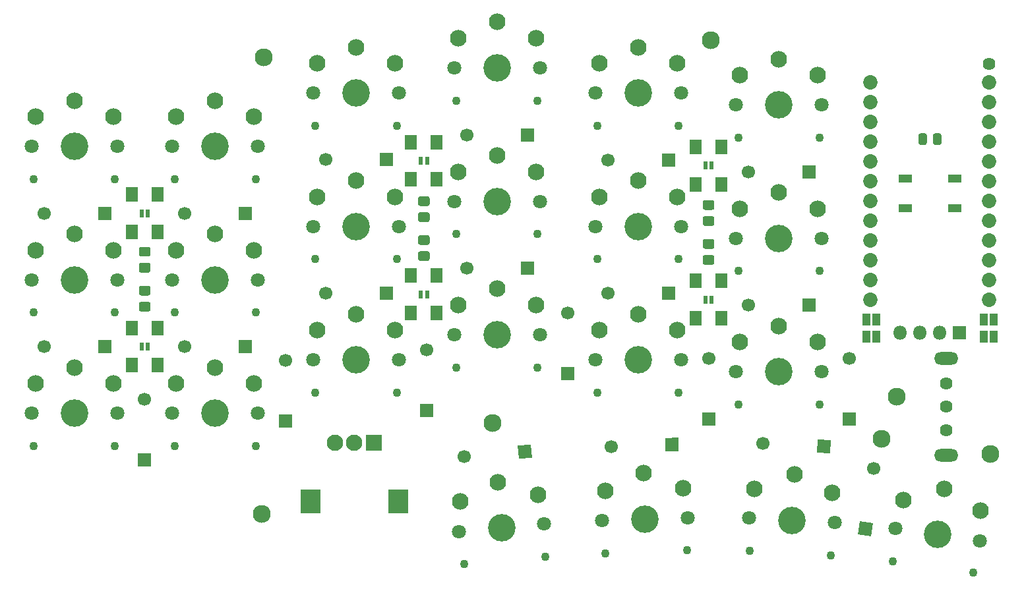
<source format=gbs>
%TF.GenerationSoftware,KiCad,Pcbnew,(5.1.6)-1*%
%TF.CreationDate,2022-08-18T21:09:05-07:00*%
%TF.ProjectId,split-40-final,73706c69-742d-4343-902d-66696e616c2e,rev?*%
%TF.SameCoordinates,Original*%
%TF.FileFunction,Soldermask,Bot*%
%TF.FilePolarity,Negative*%
%FSLAX46Y46*%
G04 Gerber Fmt 4.6, Leading zero omitted, Abs format (unit mm)*
G04 Created by KiCad (PCBNEW (5.1.6)-1) date 2022-08-18 21:09:05*
%MOMM*%
%LPD*%
G01*
G04 APERTURE LIST*
%ADD10C,1.801800*%
%ADD11C,1.090600*%
%ADD12C,2.132000*%
%ADD13C,3.529000*%
%ADD14C,1.852600*%
%ADD15R,2.600000X3.100000*%
%ADD16C,2.100000*%
%ADD17R,2.100000X2.100000*%
%ADD18O,3.100000X1.624000*%
%ADD19C,1.624000*%
%ADD20C,1.700000*%
%ADD21R,1.700000X1.700000*%
%ADD22C,0.100000*%
%ADD23R,0.600000X1.100000*%
%ADD24R,1.500000X1.900000*%
%ADD25O,1.800000X1.800000*%
%ADD26R,1.800000X1.800000*%
%ADD27C,2.300000*%
%ADD28R,1.800000X1.100000*%
%ADD29R,1.100000X1.600000*%
G04 APERTURE END LIST*
D10*
%TO.C,K_W1*%
X65443800Y-27091000D03*
X54443800Y-27091000D03*
D11*
X65163800Y-31291000D03*
D12*
X54943800Y-23291000D03*
D13*
X59943800Y-27091000D03*
D12*
X64943800Y-23291000D03*
X59943800Y-21191000D03*
D11*
X54723800Y-31291000D03*
%TD*%
D10*
%TO.C,K_R1*%
X101638800Y-27091000D03*
X90638800Y-27091000D03*
D11*
X101358800Y-31291000D03*
D12*
X91138800Y-23291000D03*
D13*
X96138800Y-27091000D03*
D12*
X101138800Y-23291000D03*
X96138800Y-21191000D03*
D11*
X90918800Y-31291000D03*
%TD*%
D10*
%TO.C,K_A1*%
X47346200Y-51094000D03*
X36346200Y-51094000D03*
D11*
X47066200Y-55294000D03*
D12*
X36846200Y-47294000D03*
D13*
X41846200Y-51094000D03*
D12*
X46846200Y-47294000D03*
X41846200Y-45194000D03*
D11*
X36626200Y-55294000D03*
%TD*%
D10*
%TO.C,K_B1*%
X119736000Y-62905000D03*
X108736000Y-62905000D03*
D11*
X119456000Y-67105000D03*
D12*
X109236000Y-59105000D03*
D13*
X114236000Y-62905000D03*
D12*
X119236000Y-59105000D03*
X114236000Y-57005000D03*
D11*
X109016000Y-67105000D03*
%TD*%
D10*
%TO.C,K_C1*%
X83541200Y-58142500D03*
X72541200Y-58142500D03*
D11*
X83261200Y-62342500D03*
D12*
X73041200Y-54342500D03*
D13*
X78041200Y-58142500D03*
D12*
X83041200Y-54342500D03*
X78041200Y-52242500D03*
D11*
X72821200Y-62342500D03*
%TD*%
D10*
%TO.C,K_CAPS1*%
X29248800Y-51094000D03*
X18248800Y-51094000D03*
D11*
X28968800Y-55294000D03*
D12*
X18748800Y-47294000D03*
D13*
X23748800Y-51094000D03*
D12*
X28748800Y-47294000D03*
X23748800Y-45194000D03*
D11*
X18528800Y-55294000D03*
%TD*%
D10*
%TO.C,K_D1*%
X83541200Y-40997500D03*
X72541200Y-40997500D03*
D11*
X83261200Y-45197500D03*
D12*
X73041200Y-37197500D03*
D13*
X78041200Y-40997500D03*
D12*
X83041200Y-37197500D03*
X78041200Y-35097500D03*
D11*
X72821200Y-45197500D03*
%TD*%
D10*
%TO.C,K_E1*%
X83541200Y-23852500D03*
X72541200Y-23852500D03*
D11*
X83261200Y-28052500D03*
D12*
X73041200Y-20052500D03*
D13*
X78041200Y-23852500D03*
D12*
X83041200Y-20052500D03*
X78041200Y-17952500D03*
D11*
X72821200Y-28052500D03*
%TD*%
D10*
%TO.C,K_F1*%
X101638800Y-44236000D03*
X90638800Y-44236000D03*
D11*
X101358800Y-48436000D03*
D12*
X91138800Y-40436000D03*
D13*
X96138800Y-44236000D03*
D12*
X101138800Y-40436000D03*
X96138800Y-38336000D03*
D11*
X90918800Y-48436000D03*
%TD*%
D10*
%TO.C,K_G1*%
X119736000Y-45760000D03*
X108736000Y-45760000D03*
D11*
X119456000Y-49960000D03*
D12*
X109236000Y-41960000D03*
D13*
X114236000Y-45760000D03*
D12*
X119236000Y-41960000D03*
X114236000Y-39860000D03*
D11*
X109016000Y-49960000D03*
%TD*%
D10*
%TO.C,K_INNER1*%
X84109071Y-82460643D03*
X73150929Y-83419357D03*
D11*
X84196190Y-86669065D03*
D12*
X73317835Y-79590239D03*
D13*
X78630000Y-82940000D03*
D12*
X83279782Y-78718681D03*
X78115781Y-77062451D03*
D11*
X73795918Y-87578971D03*
%TD*%
D10*
%TO.C,K_OUTER1*%
X140046474Y-84595452D03*
X129153526Y-83064548D03*
D11*
X139184672Y-88715609D03*
D12*
X130177517Y-79371116D03*
D13*
X134600000Y-83830000D03*
D12*
X140080198Y-80762847D03*
X135421121Y-77987418D03*
D11*
X128846274Y-87262642D03*
%TD*%
D10*
%TO.C,K_Q1*%
X47346200Y-33949000D03*
X36346200Y-33949000D03*
D11*
X47066200Y-38149000D03*
D12*
X36846200Y-30149000D03*
D13*
X41846200Y-33949000D03*
D12*
X46846200Y-30149000D03*
X41846200Y-28049000D03*
D11*
X36626200Y-38149000D03*
%TD*%
D10*
%TO.C,K_S1*%
X65443800Y-44236000D03*
X54443800Y-44236000D03*
D11*
X65163800Y-48436000D03*
D12*
X54943800Y-40436000D03*
D13*
X59943800Y-44236000D03*
D12*
X64943800Y-40436000D03*
X59943800Y-38336000D03*
D11*
X54723800Y-48436000D03*
%TD*%
D10*
%TO.C,K_SHIFT1*%
X29248800Y-68239000D03*
X18248800Y-68239000D03*
D11*
X28968800Y-72439000D03*
D12*
X18748800Y-64439000D03*
D13*
X23748800Y-68239000D03*
D12*
X28748800Y-64439000D03*
X23748800Y-62339000D03*
D11*
X18528800Y-72439000D03*
%TD*%
D10*
%TO.C,K_T1*%
X119736000Y-28615000D03*
X108736000Y-28615000D03*
D11*
X119456000Y-32815000D03*
D12*
X109236000Y-24815000D03*
D13*
X114236000Y-28615000D03*
D12*
X119236000Y-24815000D03*
X114236000Y-22715000D03*
D11*
X109016000Y-32815000D03*
%TD*%
D10*
%TO.C,K_TAB1*%
X29248800Y-33949000D03*
X18248800Y-33949000D03*
D11*
X28968800Y-38149000D03*
D12*
X18748800Y-30149000D03*
D13*
X23748800Y-33949000D03*
D12*
X28748800Y-30149000D03*
X23748800Y-28049000D03*
D11*
X18528800Y-38149000D03*
%TD*%
D10*
%TO.C,K_THUMB1*%
X102546650Y-81638053D03*
X91553350Y-82021947D03*
D11*
X102413398Y-85845266D03*
D12*
X91920428Y-78206812D03*
D13*
X97050000Y-81830000D03*
D12*
X101914336Y-77857817D03*
X96844093Y-75933594D03*
D11*
X91979758Y-86209617D03*
%TD*%
D10*
%TO.C,K_THUMB2*%
X121382462Y-82287848D03*
X110397538Y-81712152D03*
D11*
X120883035Y-86467438D03*
D12*
X111095729Y-77943528D03*
D13*
X115890000Y-82000000D03*
D12*
X121082024Y-78466888D03*
X116198782Y-76108086D03*
D11*
X110457343Y-85921050D03*
%TD*%
D10*
%TO.C,K_V1*%
X101638800Y-61381000D03*
X90638800Y-61381000D03*
D11*
X101358800Y-65581000D03*
D12*
X91138800Y-57581000D03*
D13*
X96138800Y-61381000D03*
D12*
X101138800Y-57581000D03*
X96138800Y-55481000D03*
D11*
X90918800Y-65581000D03*
%TD*%
D10*
%TO.C,K_X1*%
X65443800Y-61381000D03*
X54443800Y-61381000D03*
D11*
X65163800Y-65581000D03*
D12*
X54943800Y-57581000D03*
D13*
X59943800Y-61381000D03*
D12*
X64943800Y-57581000D03*
X59943800Y-55481000D03*
D11*
X54723800Y-65581000D03*
%TD*%
D10*
%TO.C,K_Z1*%
X47346200Y-68239000D03*
X36346200Y-68239000D03*
D11*
X47066200Y-72439000D03*
D12*
X36846200Y-64439000D03*
D13*
X41846200Y-68239000D03*
D12*
X46846200Y-64439000D03*
X41846200Y-62339000D03*
D11*
X36626200Y-72439000D03*
%TD*%
D14*
%TO.C,U1*%
X141250000Y-25690000D03*
X126010000Y-53630000D03*
X141250000Y-28230000D03*
X141250000Y-30770000D03*
X141250000Y-33310000D03*
X141250000Y-35850000D03*
X141250000Y-38390000D03*
X141250000Y-40930000D03*
X141250000Y-43470000D03*
X141250000Y-46010000D03*
X141250000Y-48550000D03*
X141250000Y-51090000D03*
X141250000Y-53630000D03*
X126010000Y-51090000D03*
X126010000Y-48550000D03*
X126010000Y-46010000D03*
X126010000Y-43470000D03*
X126010000Y-40930000D03*
X126010000Y-38390000D03*
X126010000Y-35850000D03*
X126010000Y-33310000D03*
X126010000Y-30770000D03*
X126010000Y-28230000D03*
X126010000Y-25690000D03*
%TD*%
D15*
%TO.C,SW3*%
X54120000Y-79520000D03*
X65320000Y-79520000D03*
D16*
X57220000Y-72020000D03*
X59720000Y-72020000D03*
D17*
X62220000Y-72020000D03*
%TD*%
D18*
%TO.C,SW2*%
X135700000Y-73650000D03*
X135700000Y-61150000D03*
D19*
X135700000Y-64400000D03*
X135700000Y-70400000D03*
X135700000Y-67400000D03*
%TD*%
D20*
%TO.C,D_Z1*%
X50900000Y-61400000D03*
D21*
X50900000Y-69200000D03*
%TD*%
D20*
%TO.C,D_X1*%
X69000000Y-60100000D03*
D21*
X69000000Y-67900000D03*
%TD*%
D20*
%TO.C,D_W1*%
X56043800Y-35650000D03*
D21*
X63843800Y-35650000D03*
%TD*%
D20*
%TO.C,D_V1*%
X105200000Y-61200000D03*
D21*
X105200000Y-69000000D03*
%TD*%
D20*
%TO.C,D_THUMB2*%
X112205345Y-72095890D03*
D22*
G36*
X120887976Y-71699760D02*
G01*
X120799005Y-73397431D01*
X119101334Y-73308460D01*
X119190305Y-71610789D01*
X120887976Y-71699760D01*
G37*
%TD*%
D20*
%TO.C,D_THUMB1*%
X92702376Y-72536108D03*
D22*
G36*
X101317442Y-71384745D02*
G01*
X101376771Y-73083710D01*
X99677806Y-73143039D01*
X99618477Y-71444074D01*
X101317442Y-71384745D01*
G37*
%TD*%
D20*
%TO.C,D_TAB1*%
X19848800Y-42530000D03*
D21*
X27648800Y-42530000D03*
%TD*%
D20*
%TO.C,D_T1*%
X110336000Y-37200000D03*
D21*
X118136000Y-37200000D03*
%TD*%
D20*
%TO.C,D_SHIFT1*%
X32800000Y-66400000D03*
D21*
X32800000Y-74200000D03*
%TD*%
D20*
%TO.C,D_S1*%
X56043800Y-52800000D03*
D21*
X63843800Y-52800000D03*
%TD*%
D20*
%TO.C,D_R1*%
X92238800Y-35700000D03*
D21*
X100038800Y-35700000D03*
%TD*%
D20*
%TO.C,D_Q1*%
X37946200Y-42530000D03*
D21*
X45746200Y-42530000D03*
%TD*%
D20*
%TO.C,D_INNER1*%
X73814841Y-73839907D03*
D22*
G36*
X82357842Y-72239245D02*
G01*
X82506007Y-73932776D01*
X80812476Y-74080941D01*
X80664311Y-72387410D01*
X82357842Y-72239245D01*
G37*
%TD*%
D20*
%TO.C,D_G1*%
X110336000Y-54300000D03*
D21*
X118136000Y-54300000D03*
%TD*%
D20*
%TO.C,D_F1*%
X92238800Y-52830000D03*
D21*
X100038800Y-52830000D03*
%TD*%
D20*
%TO.C,D_E1*%
X74141200Y-32460000D03*
D21*
X81941200Y-32460000D03*
%TD*%
D20*
%TO.C,D_CAPS1*%
X19848800Y-59640000D03*
D21*
X27648800Y-59640000D03*
%TD*%
D20*
%TO.C,D_C1*%
X87100000Y-55300000D03*
D21*
X87100000Y-63100000D03*
%TD*%
D20*
%TO.C,D_B1*%
X123300000Y-61200000D03*
D21*
X123300000Y-69000000D03*
%TD*%
D20*
%TO.C,D_A1*%
X37946200Y-59640000D03*
D21*
X45746200Y-59640000D03*
%TD*%
D20*
%TO.C,D_D1*%
X74141200Y-49580000D03*
D21*
X81941200Y-49580000D03*
%TD*%
D20*
%TO.C,D_OUTER1*%
X126442775Y-75337955D03*
D22*
G36*
X126080656Y-84022070D02*
G01*
X124397200Y-83785476D01*
X124633794Y-82102020D01*
X126317250Y-82338614D01*
X126080656Y-84022070D01*
G37*
%TD*%
D23*
%TO.C,D1*%
X105600000Y-36390000D03*
D24*
X103550000Y-33990000D03*
X106850000Y-33990000D03*
X103550000Y-38790000D03*
X106850000Y-38790000D03*
D23*
X104800000Y-36390000D03*
%TD*%
D24*
%TO.C,D2*%
X67000000Y-33390000D03*
X70300000Y-38190000D03*
X67000000Y-38190000D03*
D23*
X68250000Y-35790000D03*
X69050000Y-35790000D03*
D24*
X70300000Y-33390000D03*
%TD*%
%TO.C,D3*%
X31150000Y-40120000D03*
X34450000Y-44920000D03*
X31150000Y-44920000D03*
D23*
X32400000Y-42520000D03*
X33200000Y-42520000D03*
D24*
X34450000Y-40120000D03*
%TD*%
%TO.C,D4*%
X34450000Y-62070000D03*
X31150000Y-57270000D03*
X34450000Y-57270000D03*
D23*
X33200000Y-59670000D03*
X32400000Y-59670000D03*
D24*
X31150000Y-62070000D03*
%TD*%
%TO.C,D5*%
X70300000Y-55340000D03*
X67000000Y-50540000D03*
X70300000Y-50540000D03*
D23*
X69050000Y-52940000D03*
X68250000Y-52940000D03*
D24*
X67000000Y-55340000D03*
%TD*%
%TO.C,D6*%
X106850000Y-56020000D03*
X103550000Y-51220000D03*
X106850000Y-51220000D03*
D23*
X105600000Y-53620000D03*
X104800000Y-53620000D03*
D24*
X103550000Y-56020000D03*
%TD*%
D25*
%TO.C,L1*%
X129820000Y-57900000D03*
X132360000Y-57900000D03*
X134900000Y-57900000D03*
D26*
X137440000Y-57900000D03*
%TD*%
%TO.C,C3*%
G36*
G01*
X32321738Y-46850000D02*
X33278262Y-46850000D01*
G75*
G02*
X33550000Y-47121738I0J-271738D01*
G01*
X33550000Y-47828262D01*
G75*
G02*
X33278262Y-48100000I-271738J0D01*
G01*
X32321738Y-48100000D01*
G75*
G02*
X32050000Y-47828262I0J271738D01*
G01*
X32050000Y-47121738D01*
G75*
G02*
X32321738Y-46850000I271738J0D01*
G01*
G37*
G36*
G01*
X32321738Y-48900000D02*
X33278262Y-48900000D01*
G75*
G02*
X33550000Y-49171738I0J-271738D01*
G01*
X33550000Y-49878262D01*
G75*
G02*
X33278262Y-50150000I-271738J0D01*
G01*
X32321738Y-50150000D01*
G75*
G02*
X32050000Y-49878262I0J271738D01*
G01*
X32050000Y-49171738D01*
G75*
G02*
X32321738Y-48900000I271738J0D01*
G01*
G37*
%TD*%
%TO.C,C1*%
G36*
G01*
X104721738Y-40850000D02*
X105678262Y-40850000D01*
G75*
G02*
X105950000Y-41121738I0J-271738D01*
G01*
X105950000Y-41828262D01*
G75*
G02*
X105678262Y-42100000I-271738J0D01*
G01*
X104721738Y-42100000D01*
G75*
G02*
X104450000Y-41828262I0J271738D01*
G01*
X104450000Y-41121738D01*
G75*
G02*
X104721738Y-40850000I271738J0D01*
G01*
G37*
G36*
G01*
X104721738Y-42900000D02*
X105678262Y-42900000D01*
G75*
G02*
X105950000Y-43171738I0J-271738D01*
G01*
X105950000Y-43878262D01*
G75*
G02*
X105678262Y-44150000I-271738J0D01*
G01*
X104721738Y-44150000D01*
G75*
G02*
X104450000Y-43878262I0J271738D01*
G01*
X104450000Y-43171738D01*
G75*
G02*
X104721738Y-42900000I271738J0D01*
G01*
G37*
%TD*%
%TO.C,C2*%
G36*
G01*
X68171738Y-40350000D02*
X69128262Y-40350000D01*
G75*
G02*
X69400000Y-40621738I0J-271738D01*
G01*
X69400000Y-41328262D01*
G75*
G02*
X69128262Y-41600000I-271738J0D01*
G01*
X68171738Y-41600000D01*
G75*
G02*
X67900000Y-41328262I0J271738D01*
G01*
X67900000Y-40621738D01*
G75*
G02*
X68171738Y-40350000I271738J0D01*
G01*
G37*
G36*
G01*
X68171738Y-42400000D02*
X69128262Y-42400000D01*
G75*
G02*
X69400000Y-42671738I0J-271738D01*
G01*
X69400000Y-43378262D01*
G75*
G02*
X69128262Y-43650000I-271738J0D01*
G01*
X68171738Y-43650000D01*
G75*
G02*
X67900000Y-43378262I0J271738D01*
G01*
X67900000Y-42671738D01*
G75*
G02*
X68171738Y-42400000I271738J0D01*
G01*
G37*
%TD*%
%TO.C,C4*%
G36*
G01*
X33278262Y-55150000D02*
X32321738Y-55150000D01*
G75*
G02*
X32050000Y-54878262I0J271738D01*
G01*
X32050000Y-54171738D01*
G75*
G02*
X32321738Y-53900000I271738J0D01*
G01*
X33278262Y-53900000D01*
G75*
G02*
X33550000Y-54171738I0J-271738D01*
G01*
X33550000Y-54878262D01*
G75*
G02*
X33278262Y-55150000I-271738J0D01*
G01*
G37*
G36*
G01*
X33278262Y-53100000D02*
X32321738Y-53100000D01*
G75*
G02*
X32050000Y-52828262I0J271738D01*
G01*
X32050000Y-52121738D01*
G75*
G02*
X32321738Y-51850000I271738J0D01*
G01*
X33278262Y-51850000D01*
G75*
G02*
X33550000Y-52121738I0J-271738D01*
G01*
X33550000Y-52828262D01*
G75*
G02*
X33278262Y-53100000I-271738J0D01*
G01*
G37*
%TD*%
%TO.C,C5*%
G36*
G01*
X69128262Y-48650000D02*
X68171738Y-48650000D01*
G75*
G02*
X67900000Y-48378262I0J271738D01*
G01*
X67900000Y-47671738D01*
G75*
G02*
X68171738Y-47400000I271738J0D01*
G01*
X69128262Y-47400000D01*
G75*
G02*
X69400000Y-47671738I0J-271738D01*
G01*
X69400000Y-48378262D01*
G75*
G02*
X69128262Y-48650000I-271738J0D01*
G01*
G37*
G36*
G01*
X69128262Y-46600000D02*
X68171738Y-46600000D01*
G75*
G02*
X67900000Y-46328262I0J271738D01*
G01*
X67900000Y-45621738D01*
G75*
G02*
X68171738Y-45350000I271738J0D01*
G01*
X69128262Y-45350000D01*
G75*
G02*
X69400000Y-45621738I0J-271738D01*
G01*
X69400000Y-46328262D01*
G75*
G02*
X69128262Y-46600000I-271738J0D01*
G01*
G37*
%TD*%
%TO.C,C6*%
G36*
G01*
X105678262Y-49150000D02*
X104721738Y-49150000D01*
G75*
G02*
X104450000Y-48878262I0J271738D01*
G01*
X104450000Y-48171738D01*
G75*
G02*
X104721738Y-47900000I271738J0D01*
G01*
X105678262Y-47900000D01*
G75*
G02*
X105950000Y-48171738I0J-271738D01*
G01*
X105950000Y-48878262D01*
G75*
G02*
X105678262Y-49150000I-271738J0D01*
G01*
G37*
G36*
G01*
X105678262Y-47100000D02*
X104721738Y-47100000D01*
G75*
G02*
X104450000Y-46828262I0J271738D01*
G01*
X104450000Y-46121738D01*
G75*
G02*
X104721738Y-45850000I271738J0D01*
G01*
X105678262Y-45850000D01*
G75*
G02*
X105950000Y-46121738I0J-271738D01*
G01*
X105950000Y-46828262D01*
G75*
G02*
X105678262Y-47100000I-271738J0D01*
G01*
G37*
%TD*%
%TO.C,R1*%
G36*
G01*
X135105000Y-32518750D02*
X135105000Y-33481250D01*
G75*
G02*
X134836250Y-33750000I-268750J0D01*
G01*
X134298750Y-33750000D01*
G75*
G02*
X134030000Y-33481250I0J268750D01*
G01*
X134030000Y-32518750D01*
G75*
G02*
X134298750Y-32250000I268750J0D01*
G01*
X134836250Y-32250000D01*
G75*
G02*
X135105000Y-32518750I0J-268750D01*
G01*
G37*
G36*
G01*
X133230000Y-32518750D02*
X133230000Y-33481250D01*
G75*
G02*
X132961250Y-33750000I-268750J0D01*
G01*
X132423750Y-33750000D01*
G75*
G02*
X132155000Y-33481250I0J268750D01*
G01*
X132155000Y-32518750D01*
G75*
G02*
X132423750Y-32250000I268750J0D01*
G01*
X132961250Y-32250000D01*
G75*
G02*
X133230000Y-32518750I0J-268750D01*
G01*
G37*
%TD*%
D27*
%TO.C,Hole7*%
X129400000Y-66100000D03*
%TD*%
%TO.C,Hole6*%
X105500000Y-20300000D03*
%TD*%
%TO.C,Hole5*%
X77500000Y-69500000D03*
%TD*%
%TO.C,Hole4*%
X48100000Y-22500000D03*
%TD*%
%TO.C,Hole3*%
X47800000Y-81200000D03*
%TD*%
D19*
%TO.C,BATT*%
X141200000Y-23300000D03*
%TD*%
D27*
%TO.C,Hole1*%
X127400000Y-71500000D03*
%TD*%
%TO.C,Hole2*%
X141400000Y-73500000D03*
%TD*%
D28*
%TO.C,SW1*%
X130480000Y-41900000D03*
X136780000Y-41900000D03*
X130480000Y-38100000D03*
X136780000Y-38100000D03*
%TD*%
D29*
%TO.C,JP_B_GND1*%
X125460000Y-56190000D03*
X126760000Y-56190000D03*
%TD*%
%TO.C,JP_B_SCL1*%
X140500000Y-58360000D03*
X141800000Y-58360000D03*
%TD*%
%TO.C,JP_B_SDA1*%
X141800000Y-56190000D03*
X140500000Y-56190000D03*
%TD*%
%TO.C,JP_B_VCC1*%
X126760000Y-58360000D03*
X125460000Y-58360000D03*
%TD*%
M02*

</source>
